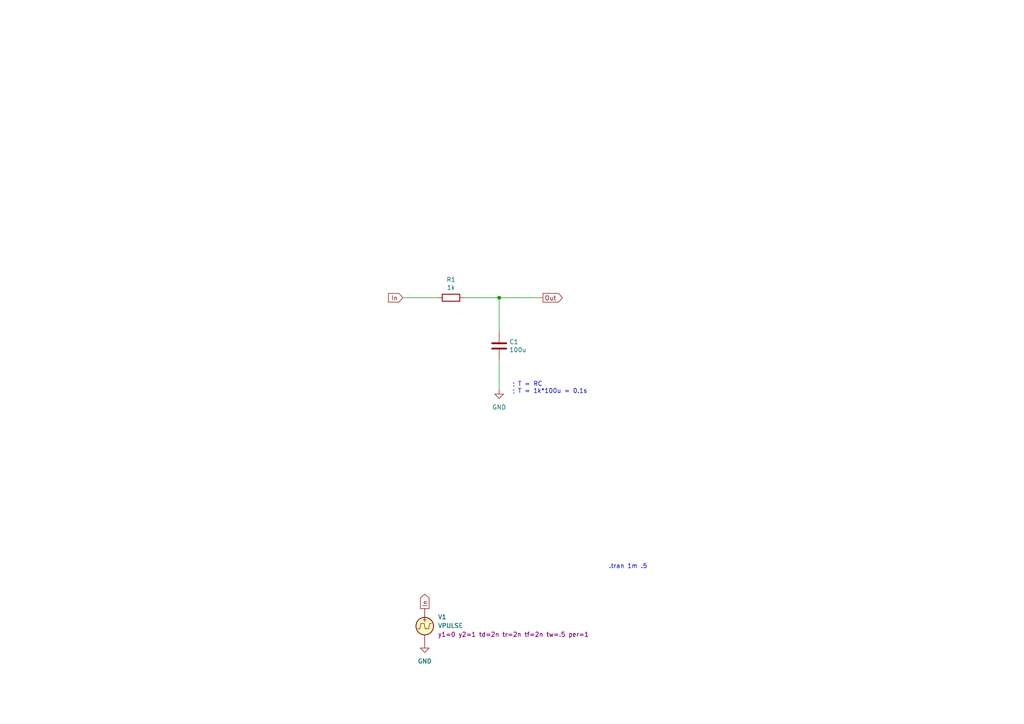
<source format=kicad_sch>
(kicad_sch (version 20231120) (generator "eeschema") (generator_version "8.0")
  (paper "A4")
  (title_block (title "RC Charge") (date "2024-05-27") (rev "2") (company "GitHub/OJStuff"))
  (lib_symbols
    (symbol "Device:C" (pin_numbers hide) (pin_names (offset 0.254))
      (property "Reference" "C" (at 0.635 2.54 0))
      (property "Value" "C" (at 0.635 -2.54 0))
      (symbol "C_0_1"
        (polyline (pts (xy -2.032 -0.762) (xy 2.032 -0.762)) (stroke (width 0.508)))
        (polyline (pts (xy -2.032 0.762) (xy 2.032 0.762)) (stroke (width 0.508)))
      )
      (symbol "C_1_1"
        (pin passive line (at 0 3.81 270) (length 2.794) (name "~") (number "1"))
        (pin passive line (at 0 -3.81 90) (length 2.794) (name "~") (number "2"))
      )
    )
    (symbol "Device:R" (pin_numbers hide) (pin_names (offset 0))
      (property "Reference" "R" (at 2.032 0 90))
      (property "Value" "R" (at 0 0 90))
      (symbol "R_0_1"
        (rectangle (start -1.016 -2.54) (end 1.016 2.54) (stroke (width 0.254)))
      )
      (symbol "R_1_1"
        (pin passive line (at 0 3.81 270) (length 1.27) (name "~") (number "1"))
        (pin passive line (at 0 -3.81 90) (length 1.27) (name "~") (number "2"))
      )
    )
    (symbol "VPULSE_1" (pin_numbers hide) (pin_names (offset 0.0254))
      (property "Reference" "V" (at 2.54 2.54 0))
      (property "Value" "VPULSE" (at 2.54 0 0))
      (property "Sim.Params" "y1=0 y2=1 td=2n tr=2n tf=2n tw=50n per=100n" (at 2.54 -2.54 0))
      (symbol "VPULSE_1_0_0"
        (polyline (pts (xy -2.032 -0.762) (xy -1.397 -0.762) (xy -1.143 0.762) (xy -0.127 0.762) (xy 0.127 -0.762) (xy 1.143 -0.762) (xy 1.397 0.762) (xy 2.032 0.762)))
        (text "+" (at 0 1.905 0) (effects (font (size 1.27 1.27))))
      )
      (symbol "VPULSE_1_0_1"
        (circle (center 0 0) (radius 2.54) (stroke (width 0.254)) (fill (type background)))
      )
      (symbol "VPULSE_1_1_1"
        (pin passive line (at 0 5.08 270) (length 2.54) (name "~") (number "1"))
        (pin passive line (at 0 -5.08 90) (length 2.54) (name "~") (number "2"))
      )
    )
    (symbol "power:GND" (power) (pin_numbers hide) (pin_names (offset 0) hide)
      (property "Value" "GND" (at 0 -3.81 0))
      (symbol "GND_0_1"
        (polyline (pts (xy 0 0) (xy 0 -1.27) (xy 1.27 -1.27) (xy 0 -2.54) (xy -1.27 -1.27) (xy 0 -1.27)))
      )
      (symbol "GND_1_1"
        (pin power_in line (at 0 0 270) (length 0) (name "~") (number "1"))
      )
    )
  )
  (junction (at 144.78 86.36))
  (wire (pts (xy 116.84 86.36) (xy 127 86.36)))
  (wire (pts (xy 134.62 86.36) (xy 144.78 86.36)))
  (wire (pts (xy 144.78 86.36) (xy 144.78 96.52)))
  (wire (pts (xy 144.78 86.36) (xy 157.48 86.36)))
  (wire (pts (xy 144.78 104.14) (xy 144.78 113.03)))
  (text "; T = RC\n; T = 1k*100u = 0.1s" (at 148.59 114.3 0) (effects (font (size 1.27 1.27)) (justify left bottom)))
  (text ".tran 1m .5" (at 176.53 165.1 0) (effects (font (size 1.27 1.27)) (justify left bottom)))
  (global_label "In" (shape output) (at 123.19 176.53 90) (property "Intersheetrefs" "${INTERSHEET_REFS}" (effects (hide yes))))
  (global_label "In" (shape input) (at 116.84 86.36 180) (property "Intersheetrefs" "${INTERSHEET_REFS}" (effects (hide yes))))
  (global_label "Out" (shape output) (at 157.48 86.36 0) (property "Intersheetrefs" "${INTERSHEET_REFS}" (effects (hide yes))))
  (symbol (lib_id "power:GND") (at 123.19 186.69 0) (unit 1)
    (property "Reference" "#PWR02" (effects (hide yes)))
    (property "Value" "GND" (at 123.19 191.77 0))
    (property "Description" "Power symbol creates a global label with name \"GND\" , ground" (effects (hide yes)))
  )
  (symbol (lib_id "Device:R") (at 130.81 86.36 270) (unit 1)
    (property "Reference" "R1" (at 130.81 81.1022 90))
    (property "Value" "1k" (at 130.81 83.4136 90))
  )
  (symbol (lib_id "Device:C") (at 144.78 100.33 0) (unit 1)
    (property "Reference" "C1" (at 147.701 99.1616 0) (effects (justify left)))
    (property "Value" "100u" (at 147.701 101.473 0) (effects (justify left)))
  )
  (symbol (lib_name "VPULSE_1") (lib_id "Simulation_SPICE:VPULSE") (at 123.19 181.61 0) (unit 1)
    (property "Reference" "V1" (at 127 178.9401 0) (effects (justify left)))
    (property "Value" "VPULSE" (at 127 181.4801 0) (effects (justify left)))
    (property "Datasheet" "https://ngspice.sourceforge.io/docs/ngspice-html-manual/manual.xhtml#sec_Independent_Sources_for" (effects (hide yes)))
    (property "Description" "Voltage source, pulse" (effects (hide yes)))
    (property "Sim.Pins" "1=+ 2=-" (effects (hide yes)))
    (property "Sim.Type" "PULSE" (effects (hide yes)))
    (property "Sim.Device" "V" (effects (hide yes)))
    (property "Sim.Params" "y1=0 y2=1 td=2n tr=2n tf=2n tw=.5 per=1" (at 127 184.0201 0) (effects (justify left)))
  )
  (symbol (lib_id "power:GND") (at 144.78 113.03 0) (unit 1)
    (property "Reference" "#PWR01" (effects (hide yes)))
    (property "Value" "GND" (at 144.78 118.11 0))
    (property "Description" "Power symbol creates a global label with name \"GND\" , ground" (effects (hide yes)))
  )
)
</source>
